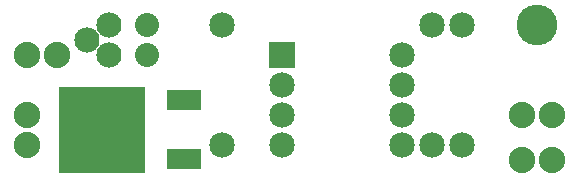
<source format=gbs>
G04 MADE WITH FRITZING*
G04 WWW.FRITZING.ORG*
G04 SINGLE SIDED*
G04 HOLES NOT PLATED*
G04 CONTOUR ON CENTER OF CONTOUR VECTOR*
%ASAXBY*%
%FSLAX23Y23*%
%MOIN*%
%OFA0B0*%
%SFA1.0B1.0*%
%ADD10C,0.085000*%
%ADD11C,0.088000*%
%ADD12C,0.084000*%
%ADD13C,0.080000*%
%ADD14C,0.135984*%
%ADD15R,0.085000X0.085000*%
%ADD16R,0.285591X0.285591*%
%ADD17R,0.116299X0.069055*%
%LNMASK0*%
G90*
G70*
G54D10*
X1428Y540D03*
X1428Y140D03*
X1528Y540D03*
X1528Y140D03*
X728Y140D03*
X728Y540D03*
X928Y440D03*
X1328Y440D03*
X928Y340D03*
X1328Y340D03*
X928Y240D03*
X1328Y240D03*
X928Y140D03*
X1328Y140D03*
G54D11*
X78Y240D03*
X78Y140D03*
X1828Y90D03*
X1728Y90D03*
X1828Y240D03*
X1728Y240D03*
X78Y440D03*
X178Y440D03*
G54D12*
X353Y540D03*
X278Y490D03*
X353Y440D03*
G54D13*
X478Y540D03*
X478Y440D03*
G54D14*
X1778Y540D03*
G54D15*
X928Y440D03*
G54D16*
X328Y190D03*
G54D17*
X601Y92D03*
X601Y289D03*
G04 End of Mask0*
M02*
</source>
